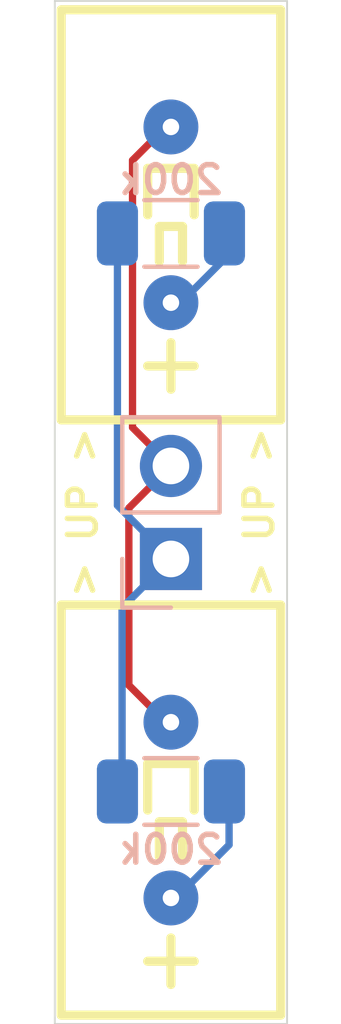
<source format=kicad_pcb>
(kicad_pcb (version 20240108) (generator "pcbnew") (generator_version "8.0")
  (layers (0 "F.Cu" signal) (31 "B.Cu" signal) (34 "B.Paste" user) (35 "F.Paste" user) (36 "B.SilkS" user "B.Silkscreen") (37 "F.SilkS" user "F.Silkscreen") (38 "B.Mask" user) (39 "F.Mask" user) (44 "Edge.Cuts" user))
  (net 0 "")
  (net 1 "Net-(J1-Pin_2)")
  (net 2 "Net-(J1-Pin_1)")
  (net 3 "Net-(R1-Pad1)")
  (net 4 "Net-(R2-Pad1)")
  (footprint "Nixie:INS-1" (layer "F.Cu") (at 130.175 56.642 90)
    (property "Reference" "V1" (hide yes))
    (property "Value" "Lamp_Neon")
    (fp_line (start 5.6 -3) (end 5.6 3) (stroke (width 0.25)) (layer "F.SilkS"))
    (fp_line (start -5.6 -3) (end 5.6 -3) (stroke (width 0.25)) (layer "F.SilkS"))
    (fp_line (start 1.27 -0.635) (end 1.27 0.635) (stroke (width 0.25)) (layer "F.SilkS"))
    (fp_line (start 0 -0.635) (end 1.27 -0.635) (stroke (width 0.25)) (layer "F.SilkS"))
    (fp_line (start -4.128 -0.635) (end -4.128 0.635) (stroke (width 0.25)) (layer "F.SilkS"))
    (fp_line (start -0.317 -0.317) (end -1.27 -0.317) (stroke (width 0.25)) (layer "F.SilkS"))
    (fp_line (start -4.763 0) (end -3.492 0) (stroke (width 0.25)) (layer "F.SilkS"))
    (fp_line (start -0.317 0.317) (end -0.317 -0.317) (stroke (width 0.25)) (layer "F.SilkS"))
    (fp_line (start -0.317 0.317) (end -1.27 0.317) (stroke (width 0.25)) (layer "F.SilkS"))
    (fp_line (start 0 0.635) (end 1.27 0.635) (stroke (width 0.25)) (layer "F.SilkS"))
    (fp_line (start 5.6 3) (end -5.6 3) (stroke (width 0.25)) (layer "F.SilkS"))
    (fp_line (start -5.6 3) (end -5.6 -3) (stroke (width 0.25)) (layer "F.SilkS"))
    (pad "1" thru_hole circle (at -2.4 0 90) (size 1.5 1.5) (drill 0.45) (layers "*.Cu" "*.Mask") (net 3 "Net-(R1-Pad1)"))
    (pad "2" thru_hole circle (at 2.4 0 90) (size 1.5 1.5) (drill 0.45) (layers "*.Cu" "*.Mask") (net 1 "Net-(J1-Pin_2)"))
  )
  (footprint "Nixie:INS-1" (layer "F.Cu") (at 130.175 72.898 90)
    (property "Reference" "V2" (hide yes))
    (property "Value" "Lamp_Neon")
    (fp_line (start 5.6 -3) (end 5.6 3) (stroke (width 0.25)) (layer "F.SilkS"))
    (fp_line (start -5.6 -3) (end 5.6 -3) (stroke (width 0.25)) (layer "F.SilkS"))
    (fp_line (start 1.27 -0.635) (end 1.27 0.635) (stroke (width 0.25)) (layer "F.SilkS"))
    (fp_line (start 0 -0.635) (end 1.27 -0.635) (stroke (width 0.25)) (layer "F.SilkS"))
    (fp_line (start -4.128 -0.635) (end -4.128 0.635) (stroke (width 0.25)) (layer "F.SilkS"))
    (fp_line (start -0.317 -0.317) (end -1.27 -0.317) (stroke (width 0.25)) (layer "F.SilkS"))
    (fp_line (start -4.763 0) (end -3.492 0) (stroke (width 0.25)) (layer "F.SilkS"))
    (fp_line (start -0.317 0.317) (end -0.317 -0.317) (stroke (width 0.25)) (layer "F.SilkS"))
    (fp_line (start -0.317 0.317) (end -1.27 0.317) (stroke (width 0.25)) (layer "F.SilkS"))
    (fp_line (start 0 0.635) (end 1.27 0.635) (stroke (width 0.25)) (layer "F.SilkS"))
    (fp_line (start 5.6 3) (end -5.6 3) (stroke (width 0.25)) (layer "F.SilkS"))
    (fp_line (start -5.6 3) (end -5.6 -3) (stroke (width 0.25)) (layer "F.SilkS"))
    (pad "1" thru_hole circle (at -2.4 0 90) (size 1.5 1.5) (drill 0.45) (layers "*.Cu" "*.Mask") (net 4 "Net-(R2-Pad1)"))
    (pad "2" thru_hole circle (at 2.4 0 90) (size 1.5 1.5) (drill 0.45) (layers "*.Cu" "*.Mask") (net 1 "Net-(J1-Pin_2)"))
  )
  (footprint "Resistor_SMD:R_1206_3216Metric" (layer "B.Cu") (at 130.175 72.39 180)
    (property "Reference" "R2" (hide yes))
    (property "Value" "200k")
    (fp_line (start 0.727064 0.91) (end -0.727064 0.91) (stroke (width 0.12)) (layer "B.SilkS"))
    (fp_line (start 0.727064 -0.91) (end -0.727064 -0.91) (stroke (width 0.12)) (layer "B.SilkS"))
    (pad "1" smd roundrect (at -1.4625 0 180) (size 1.125 1.75) (layers "B.Cu" "B.Paste" "B.Mask") (roundrect_rratio 0.222222) (net 4 "Net-(R2-Pad1)"))
    (pad "2" smd roundrect (at 1.4625 0 180) (size 1.125 1.75) (layers "B.Cu" "B.Paste" "B.Mask") (roundrect_rratio 0.222222) (net 2 "Net-(J1-Pin_1)"))
  )
  (footprint "Connector_PinHeader_2.54mm:PinHeader_1x02_P2.54mm_Vertical" (layer "B.Cu") (at 130.175 66.04)
    (property "Reference" "J1" (hide yes))
    (property "Value" "Conn_01x02")
    (fp_line (start -1.33 -3.87) (end -1.33 -1.27) (stroke (width 0.12)) (layer "B.SilkS"))
    (fp_line (start -1.33 1.33) (end -1.33 0) (stroke (width 0.12)) (layer "B.SilkS"))
    (fp_line (start 0 1.33) (end -1.33 1.33) (stroke (width 0.12)) (layer "B.SilkS"))
    (fp_line (start 1.33 -3.87) (end -1.33 -3.87) (stroke (width 0.12)) (layer "B.SilkS"))
    (fp_line (start 1.33 -3.87) (end 1.33 -1.27) (stroke (width 0.12)) (layer "B.SilkS"))
    (fp_line (start 1.33 -1.27) (end -1.33 -1.27) (stroke (width 0.12)) (layer "B.SilkS"))
    (pad "1" thru_hole rect (at 0 0) (size 1.7 1.7) (drill 1) (layers "*.Cu" "*.Mask") (net 2 "Net-(J1-Pin_1)"))
    (pad "2" thru_hole oval (at 0 -2.54) (size 1.7 1.7) (drill 1) (layers "*.Cu" "*.Mask") (net 1 "Net-(J1-Pin_2)"))
  )
  (footprint "Resistor_SMD:R_1206_3216Metric" (layer "B.Cu") (at 130.175 57.15 180)
    (property "Reference" "R1" (hide yes))
    (property "Value" "200k")
    (fp_line (start 0.727064 0.91) (end -0.727064 0.91) (stroke (width 0.12)) (layer "B.SilkS"))
    (fp_line (start 0.727064 -0.91) (end -0.727064 -0.91) (stroke (width 0.12)) (layer "B.SilkS"))
    (pad "1" smd roundrect (at -1.4625 0 180) (size 1.125 1.75) (layers "B.Cu" "B.Paste" "B.Mask") (roundrect_rratio 0.222222) (net 3 "Net-(R1-Pad1)"))
    (pad "2" smd roundrect (at 1.4625 0 180) (size 1.125 1.75) (layers "B.Cu" "B.Paste" "B.Mask") (roundrect_rratio 0.222222) (net 2 "Net-(J1-Pin_1)"))
  )
  (gr_rect (start 127 50.8) (end 133.35 78.74) (stroke (width 0.05)) (fill none) (layer "Edge.Cuts"))
  (gr_text "200k" (at 130.175 74.422 0) (layer "B.SilkS") (effects (font (size 0.762 0.762)) (justify bottom mirror)))
  (gr_text "200k" (at 130.175 56.134 0) (layer "B.SilkS") (effects (font (size 0.762 0.762)) (justify bottom mirror)))
  (gr_text "> UP >" (at 127.762 64.77 90) (layer "F.SilkS") (effects (font (size 0.762 0.762))))
  (gr_text "> UP >" (at 132.588 64.77 90) (layer "F.SilkS") (effects (font (size 0.762 0.762))))
  (segment (start 130.175 63.5) (end 129.025 64.65) (width 0.2) (layer "F.Cu") (net 1))
  (segment (start 129.125 55.152) (end 130.175 54.102) (width 0.2) (layer "F.Cu") (net 1))
  (segment (start 129.125 62.45) (end 129.125 55.152) (width 0.2) (layer "F.Cu") (net 1))
  (segment (start 129.025 64.65) (end 129.025 69.488) (width 0.2) (layer "F.Cu") (net 1))
  (segment (start 130.175 63.5) (end 129.125 62.45) (width 0.2) (layer "F.Cu") (net 1))
  (segment (start 129.025 69.488) (end 130.175 70.638) (width 0.2) (layer "F.Cu") (net 1))
  (segment (start 128.8395 67.3755) (end 130.175 66.04) (width 0.2) (layer "B.Cu") (net 2))
  (segment (start 128.7125 56.642) (end 128.7125 64.5775) (width 0.2) (layer "B.Cu") (net 2))
  (segment (start 128.7125 64.5775) (end 130.175 66.04) (width 0.2) (layer "B.Cu") (net 2))
  (segment (start 128.8395 72.898) (end 128.8395 67.3755) (width 0.2) (layer "B.Cu") (net 2))
  (segment (start 130.582 58.902) (end 131.6375 57.8465) (width 0.2) (layer "B.Cu") (net 3))
  (segment (start 130.175 58.902) (end 130.582 58.902) (width 0.2) (layer "B.Cu") (net 3))
  (segment (start 131.6375 57.8465) (end 131.6375 56.642) (width 0.2) (layer "B.Cu") (net 3))
  (segment (start 131.7645 72.898) (end 131.7645 73.8485) (width 0.2) (layer "B.Cu") (net 4))
  (segment (start 131.7645 73.8485) (end 130.175 75.438) (width 0.2) (layer "B.Cu") (net 4))
)
</source>
